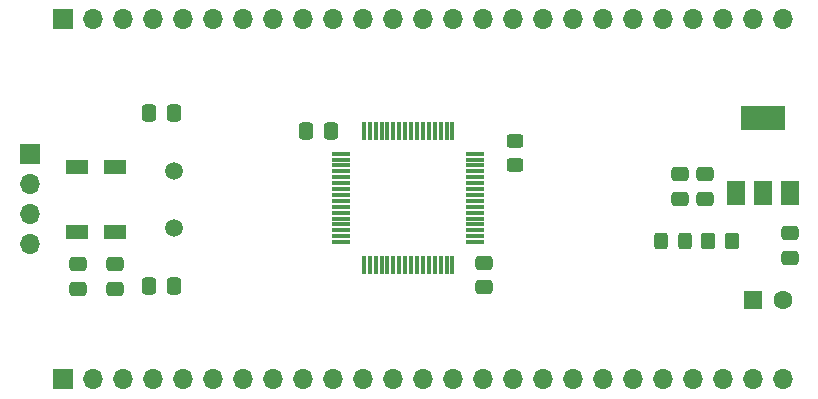
<source format=gbr>
%TF.GenerationSoftware,KiCad,Pcbnew,7.0.9*%
%TF.CreationDate,2024-03-19T10:53:25-03:00*%
%TF.ProjectId,CPU Stm32G431,43505520-5374-46d3-9332-473433312e6b,rev?*%
%TF.SameCoordinates,Original*%
%TF.FileFunction,Soldermask,Top*%
%TF.FilePolarity,Negative*%
%FSLAX46Y46*%
G04 Gerber Fmt 4.6, Leading zero omitted, Abs format (unit mm)*
G04 Created by KiCad (PCBNEW 7.0.9) date 2024-03-19 10:53:25*
%MOMM*%
%LPD*%
G01*
G04 APERTURE LIST*
G04 Aperture macros list*
%AMRoundRect*
0 Rectangle with rounded corners*
0 $1 Rounding radius*
0 $2 $3 $4 $5 $6 $7 $8 $9 X,Y pos of 4 corners*
0 Add a 4 corners polygon primitive as box body*
4,1,4,$2,$3,$4,$5,$6,$7,$8,$9,$2,$3,0*
0 Add four circle primitives for the rounded corners*
1,1,$1+$1,$2,$3*
1,1,$1+$1,$4,$5*
1,1,$1+$1,$6,$7*
1,1,$1+$1,$8,$9*
0 Add four rect primitives between the rounded corners*
20,1,$1+$1,$2,$3,$4,$5,0*
20,1,$1+$1,$4,$5,$6,$7,0*
20,1,$1+$1,$6,$7,$8,$9,0*
20,1,$1+$1,$8,$9,$2,$3,0*%
G04 Aperture macros list end*
%ADD10RoundRect,0.250000X0.475000X-0.337500X0.475000X0.337500X-0.475000X0.337500X-0.475000X-0.337500X0*%
%ADD11RoundRect,0.250000X-0.337500X-0.475000X0.337500X-0.475000X0.337500X0.475000X-0.337500X0.475000X0*%
%ADD12R,1.600000X1.600000*%
%ADD13C,1.600000*%
%ADD14R,1.900000X1.300000*%
%ADD15RoundRect,0.250000X0.450000X-0.325000X0.450000X0.325000X-0.450000X0.325000X-0.450000X-0.325000X0*%
%ADD16RoundRect,0.250000X-0.325000X-0.450000X0.325000X-0.450000X0.325000X0.450000X-0.325000X0.450000X0*%
%ADD17C,1.500000*%
%ADD18RoundRect,0.250000X-0.475000X0.337500X-0.475000X-0.337500X0.475000X-0.337500X0.475000X0.337500X0*%
%ADD19R,1.500000X2.000000*%
%ADD20R,3.800000X2.000000*%
%ADD21R,1.700000X1.700000*%
%ADD22O,1.700000X1.700000*%
%ADD23RoundRect,0.250000X0.350000X0.450000X-0.350000X0.450000X-0.350000X-0.450000X0.350000X-0.450000X0*%
%ADD24RoundRect,0.075000X0.075000X-0.700000X0.075000X0.700000X-0.075000X0.700000X-0.075000X-0.700000X0*%
%ADD25RoundRect,0.075000X0.700000X-0.075000X0.700000X0.075000X-0.700000X0.075000X-0.700000X-0.075000X0*%
G04 APERTURE END LIST*
D10*
%TO.C,C8*%
X171580000Y-104357500D03*
X171580000Y-102282500D03*
%TD*%
D11*
%TO.C,C2*%
X126625000Y-97100000D03*
X128700000Y-97100000D03*
%TD*%
%TO.C,C10*%
X139942500Y-98620000D03*
X142017500Y-98620000D03*
%TD*%
D12*
%TO.C,C5*%
X177774888Y-112970000D03*
D13*
X180274888Y-112970000D03*
%TD*%
D14*
%TO.C,Y2*%
X123740000Y-107220000D03*
X120540000Y-107220000D03*
X123740000Y-101720000D03*
X120540000Y-101720000D03*
%TD*%
D15*
%TO.C,D3*%
X157580000Y-101545000D03*
X157580000Y-99495000D03*
%TD*%
D16*
%TO.C,D4*%
X169955000Y-107920000D03*
X172005000Y-107920000D03*
%TD*%
D17*
%TO.C,Y1*%
X128760000Y-106870000D03*
X128760000Y-101990000D03*
%TD*%
D10*
%TO.C,C3*%
X123770000Y-112007500D03*
X123770000Y-109932500D03*
%TD*%
D18*
%TO.C,C14*%
X155000000Y-109787500D03*
X155000000Y-111862500D03*
%TD*%
D10*
%TO.C,C4*%
X120570000Y-112007500D03*
X120570000Y-109932500D03*
%TD*%
%TO.C,C7*%
X173680000Y-104357500D03*
X173680000Y-102282500D03*
%TD*%
%TO.C,C6*%
X180870000Y-109357500D03*
X180870000Y-107282500D03*
%TD*%
D19*
%TO.C,U1*%
X176280000Y-103870000D03*
X178580000Y-103870000D03*
D20*
X178580000Y-97570000D03*
D19*
X180880000Y-103870000D03*
%TD*%
D21*
%TO.C,J1*%
X116505000Y-100620000D03*
D22*
X116505000Y-103160000D03*
X116505000Y-105700000D03*
X116505000Y-108240000D03*
%TD*%
D23*
%TO.C,R3*%
X175980000Y-107920000D03*
X173980000Y-107920000D03*
%TD*%
D24*
%TO.C,U2*%
X144810000Y-109975000D03*
X145310000Y-109975000D03*
X145810000Y-109975000D03*
X146310000Y-109975000D03*
X146810000Y-109975000D03*
X147310000Y-109975000D03*
X147810000Y-109975000D03*
X148310000Y-109975000D03*
X148810000Y-109975000D03*
X149310000Y-109975000D03*
X149810000Y-109975000D03*
X150310000Y-109975000D03*
X150810000Y-109975000D03*
X151310000Y-109975000D03*
X151810000Y-109975000D03*
X152310000Y-109975000D03*
D25*
X154235000Y-108050000D03*
X154235000Y-107550000D03*
X154235000Y-107050000D03*
X154235000Y-106550000D03*
X154235000Y-106050000D03*
X154235000Y-105550000D03*
X154235000Y-105050000D03*
X154235000Y-104550000D03*
X154235000Y-104050000D03*
X154235000Y-103550000D03*
X154235000Y-103050000D03*
X154235000Y-102550000D03*
X154235000Y-102050000D03*
X154235000Y-101550000D03*
X154235000Y-101050000D03*
X154235000Y-100550000D03*
D24*
X152310000Y-98625000D03*
X151810000Y-98625000D03*
X151310000Y-98625000D03*
X150810000Y-98625000D03*
X150310000Y-98625000D03*
X149810000Y-98625000D03*
X149310000Y-98625000D03*
X148810000Y-98625000D03*
X148310000Y-98625000D03*
X147810000Y-98625000D03*
X147310000Y-98625000D03*
X146810000Y-98625000D03*
X146310000Y-98625000D03*
X145810000Y-98625000D03*
X145310000Y-98625000D03*
X144810000Y-98625000D03*
D25*
X142885000Y-100550000D03*
X142885000Y-101050000D03*
X142885000Y-101550000D03*
X142885000Y-102050000D03*
X142885000Y-102550000D03*
X142885000Y-103050000D03*
X142885000Y-103550000D03*
X142885000Y-104050000D03*
X142885000Y-104550000D03*
X142885000Y-105050000D03*
X142885000Y-105550000D03*
X142885000Y-106050000D03*
X142885000Y-106550000D03*
X142885000Y-107050000D03*
X142885000Y-107550000D03*
X142885000Y-108050000D03*
%TD*%
D11*
%TO.C,C1*%
X126642500Y-111720000D03*
X128717500Y-111720000D03*
%TD*%
D21*
%TO.C,J2*%
X119370000Y-119670000D03*
D22*
X121910000Y-119670000D03*
X124450000Y-119670000D03*
X126990000Y-119670000D03*
X129530000Y-119670000D03*
X132070000Y-119670000D03*
X134610000Y-119670000D03*
X137150000Y-119670000D03*
X139690000Y-119670000D03*
X142230000Y-119670000D03*
X144770000Y-119670000D03*
X147310000Y-119670000D03*
X149850000Y-119670000D03*
X152390000Y-119670000D03*
X154930000Y-119670000D03*
X157470000Y-119670000D03*
X160010000Y-119670000D03*
X162550000Y-119670000D03*
X165090000Y-119670000D03*
X167630000Y-119670000D03*
X170170000Y-119670000D03*
X172710000Y-119670000D03*
X175250000Y-119670000D03*
X177790000Y-119670000D03*
X180330000Y-119670000D03*
%TD*%
D21*
%TO.C,J3*%
X119340000Y-89190000D03*
D22*
X121880000Y-89190000D03*
X124420000Y-89190000D03*
X126960000Y-89190000D03*
X129500000Y-89190000D03*
X132040000Y-89190000D03*
X134580000Y-89190000D03*
X137120000Y-89190000D03*
X139660000Y-89190000D03*
X142200000Y-89190000D03*
X144740000Y-89190000D03*
X147280000Y-89190000D03*
X149820000Y-89190000D03*
X152360000Y-89190000D03*
X154900000Y-89190000D03*
X157440000Y-89190000D03*
X159980000Y-89190000D03*
X162520000Y-89190000D03*
X165060000Y-89190000D03*
X167600000Y-89190000D03*
X170140000Y-89190000D03*
X172680000Y-89190000D03*
X175220000Y-89190000D03*
X177760000Y-89190000D03*
X180300000Y-89190000D03*
%TD*%
M02*

</source>
